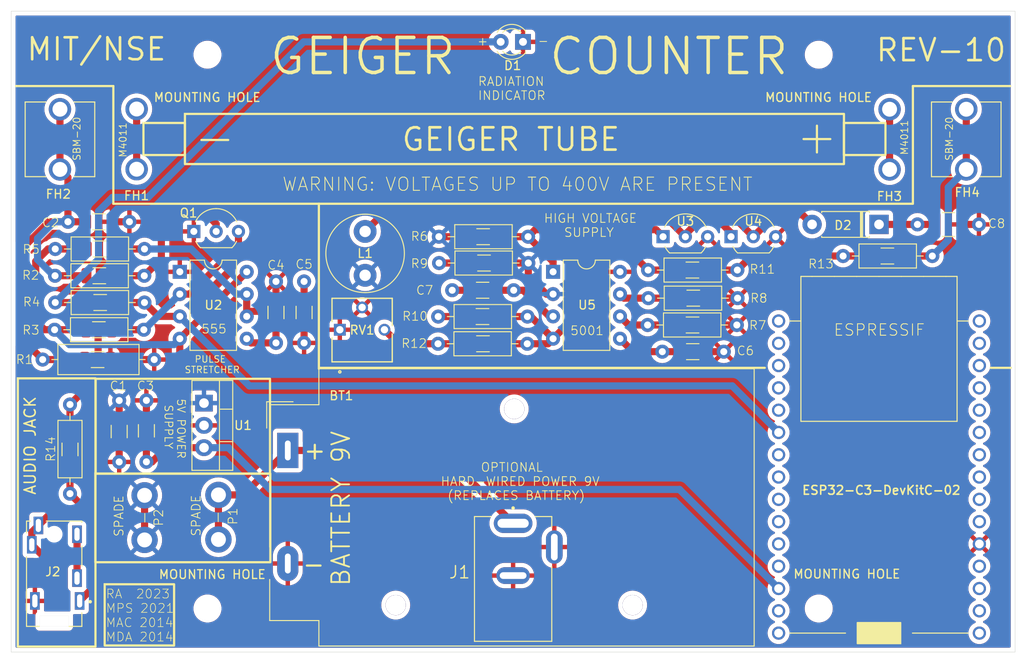
<source format=kicad_pcb>
(kicad_pcb (version 20240108) (generator "pcbnew") (generator_version "8.0")
  (layers (0 "F.Cu" signal) (31 "B.Cu" signal) (34 "B.Paste" user) (35 "F.Paste" user) (36 "B.SilkS" user "B.Silkscreen") (37 "F.SilkS" user "F.Silkscreen") (38 "B.Mask" user) (39 "F.Mask" user) (44 "Edge.Cuts" user))
  (net 0 "")
  (net 1 "Net-(C2-Pad1)")
  (net 2 "BATT+")
  (net 3 "Net-(U2-CV)")
  (net 4 "Net-(U2-DIS)")
  (net 5 "Net-(U5-SCP)")
  (net 6 "Net-(U5-COMP)")
  (net 7 "Net-(J2-Pad1)")
  (net 8 "Net-(C7-Pad2)")
  (net 9 "+9V")
  (net 10 "Net-(U5-DTC)")
  (net 11 "Net-(D2-K)")
  (net 12 "+5V")
  (net 13 "Net-(D1-A)")
  (net 14 "Net-(D2-A)")
  (net 15 "FINAL_SIGNAL")
  (net 16 "Net-(FH3-Pad1)")
  (net 17 "Net-(Q1-C)")
  (net 18 "Net-(Q1-B)")
  (net 19 "Net-(U5-RT)")
  (net 20 "Net-(R9-Pad2)")
  (net 21 "5001_OUT")
  (net 47 "GND")
  (net 48 "Net-(U5-FB)")
  (net 49 "Net-(R12-Pad2)")
  (footprint "36-3530-ND:36-3530-ND" (layer "F.Cu") (at 197.64375 65.405 90)
    (property "Reference" "FH4")
    (property "Value" "~" (hide yes))
  )
  (footprint "Package_DIP:DIP-8_W7.62mm" (layer "F.Cu") (at 150.6 80.5)
    (property "Reference" "U5")
    (property "Value" "TL5001AIP")
  )
  (footprint "THT-SMD:C_THT_SMD" (layer "F.Cu") (at 98.9 74.8)
    (property "Reference" "C2")
    (property "Value" "47p" (hide yes))
  )
  (footprint "THT-SMD:C_THT_SMD" (layer "F.Cu") (at 166.5 89.6 180)
    (property "Reference" "C6")
    (property "Value" "1u" (hide yes))
  )
  (footprint "THT-SMD:R_SMALL" (layer "F.Cu") (at 142.58 88.7 180)
    (property "Reference" "R12")
    (property "Value" "22k" (hide yes))
  )
  (footprint "THT-SMD:R_SMALL" (layer "F.Cu") (at 188.7 78.7)
    (property "Reference" "R13")
    (property "Value" "5.1M" (hide yes))
  )
  (footprint "Diode_THT:D_DO-41_SOD81_P7.62mm_Horizontal" (layer "F.Cu") (at 187.71 75.1 180)
    (property "Reference" "D2")
    (property "Value" "BA159" (hide yes))
  )
  (footprint "Inductor_THT:L_Radial_D8.7mm_P5.00mm_Fastron_07HCP" (layer "F.Cu") (at 129.2 80.9 90)
    (property "Reference" "L1")
    (property "Value" "1mH")
  )
  (footprint "0197084013:0197084013" (layer "F.Cu") (at 112.5 108.46 90)
    (property "Reference" "P1")
    (property "Value" "SPADE" (hide yes))
  )
  (footprint "THT-SMD:R_SMALL" (layer "F.Cu") (at 98.976069 80.949413)
    (property "Reference" "R2")
    (property "Value" "10k" (hide yes))
  )
  (footprint "36-3530-ND:36-3530-ND" (layer "F.Cu") (at 188.9125 65.405 90)
    (property "Reference" "FH3")
    (property "Value" "~" (hide yes))
  )
  (footprint "THT-SMD:R_SMALL" (layer "F.Cu") (at 142.7 79.5 180)
    (property "Reference" "R9")
    (property "Value" "10k" (hide yes))
  )
  (footprint "LED_THT:LED_D3.0mm" (layer "F.Cu") (at 147.175 54.3 180)
    (property "Reference" "D1")
    (property "Value" "LED" (hide yes))
  )
  (footprint "THT-SMD:R_SMALL" (layer "F.Cu") (at 166.525 83.5 180)
    (property "Reference" "R8")
    (property "Value" "6.8M" (hide yes))
  )
  (footprint "THT-SMD:R_SMALL" (layer "F.Cu") (at 166.5 80.3)
    (property "Reference" "R11")
    (property "Value" "10M" (hide yes))
  )
  (footprint "ESP32-C3-DevKitC-02:ESP32-C3-DevKitC-02" (layer "F.Cu") (at 188.976 103.886)
    (property "Reference" "U6" (hide yes))
    (property "Value" "ESP32-C3-DEVKITC-02HOLES")
  )
  (footprint "THT-SMD:R_SMALL" (layer "F.Cu") (at 142.6 85.6)
    (property "Reference" "R10")
    (property "Value" "4.7k" (hide yes))
  )
  (footprint "THT-SMD:C_THT_SMD" (layer "F.Cu") (at 122.251741 85.135446 -90)
    (property "Reference" "C5")
    (property "Value" "220n" (hide yes))
  )
  (footprint "MPD_EJ508A:MPD_EJ508A" (layer "F.Cu") (at 146.05 111.8616)
    (property "Reference" "J1")
    (property "Value" "EJ508A (PWR)" (hide yes))
  )
  (footprint "THT-SMD:R_SMALL" (layer "F.Cu") (at 142.675 76.5)
    (property "Reference" "R6")
    (property "Value" "10k" (hide yes))
  )
  (footprint "THT-SMD:C_THT_SMD" (layer "F.Cu") (at 142.58 82.6 180)
    (property "Reference" "C7")
    (property "Value" "10n" (hide yes))
  )
  (footprint "MountingHole:MountingHole_2.7mm" (layer "F.Cu") (at 180.848 118.8625)
    (property "Reference" "MOUNTING HOLE")
    (property "Value" "MountingHole_2.7mm")
  )
  (footprint "THT-SMD:C_THT_SMD" (layer "F.Cu") (at 119.051741 85.135446 -90)
    (property "Reference" "C4")
    (property "Value" "10n" (hide yes))
  )
  (footprint "MountingHole:MountingHole_2.7mm" (layer "F.Cu") (at 111.252 118.8625)
    (property "Reference" "MOUNTING HOLE")
    (property "Value" "MountingHole_2.7mm")
  )
  (footprint "THT-SMD:R_SMALL" (layer "F.Cu") (at 166.44 86.56 180)
    (property "Reference" "R7")
    (property "Value" "4.7M" (hide yes))
  )
  (footprint "THT-SMD:CHV" (layer "F.Cu") (at 195.8 75.1)
    (property "Reference" "C8")
    (property "Value" "4.7n" (hide yes))
  )
  (footprint "36-3530-ND:36-3530-ND" (layer "F.Cu") (at 94.45625 65.405 -90)
    (property "Reference" "FH2")
    (property "Value" "~" (hide yes))
  )
  (footprint "THT-SMD:C_THT_SMD" (layer "F.Cu") (at 104.297609 98.617003 90)
    (property "Reference" "C3")
    (property "Value" "10u" (hide yes))
  )
  (footprint "Package_TO_SOT_THT:TO-92_Inline_Wide" (layer "F.Cu") (at 109.7 75.9)
    (property "Reference" "Q1")
    (property "Value" "2N3904")
  )
  (footprint "THT-SMD:R_SMALL" (layer "F.Cu") (at 99 77.9)
    (property "Reference" "R5")
    (property "Value" "6.2K" (hide yes))
  )
  (footprint "0197084013:0197084013" (layer "F.Cu") (at 104.0912 108.5082 90)
    (property "Reference" "P2")
    (property "Value" "SPADE" (hide yes))
  )
  (footprint "MountingHole:MountingHole_2.7mm" (layer "F.Cu") (at 180.848 55.7625)
    (property "Reference" "MOUNTING HOLE")
    (property "Value" "MountingHole_2.7mm")
  )
  (footprint "Package_TO_SOT_THT:TO-220-3_Vertical" (layer "F.Cu") (at 110.855 95.46 -90)
    (property "Reference" "U1")
    (property "Value" "NJM78M05FA" (hide yes))
  )
  (footprint "THT-SMD:R_SMALL" (layer "F.Cu") (at 98.925 87.1)
    (property "Reference" "R3")
    (property "Value" "1k" (hide yes))
  )
  (footprint "Package_TO_SOT_THT:TO-92_Inline_Wide" (layer "F.Cu") (at 170.86 76.5)
    (property "Reference" "U4")
    (property "Value" "STQ1HNK60R-AP" (hide yes))
  )
  (footprint "THT-SMD:R_SMALL" (layer "F.Cu") (at 95.6 100.7 90)
    (property "Reference" "R14")
    (property "Value" "4.7k" (hide yes))
  )
  (footprint "Battery:BatteryHolder_MPD_BA9VPC_1xPP3" (layer "F.Cu") (at 120.396 100.8554)
    (property "Reference" "BT1")
    (property "Value" "Battery" (hide yes))
  )
  (footprint "THT-SMD:C_THT_SMD" (layer "F.Cu") (at 101.2 98.7 -90)
    (property "Reference" "C1")
    (property "Value" "10u" (hide yes))
  )
  (footprint "54-00298:54-00298" (layer "F.Cu") (at 93.8 115.9)
    (property "Reference" "J2")
    (property "Value" "54-00298" (hide yes))
    (fp_line (start -1.65 3.8) (end 1.65 3.8) (stroke (width 0.01)) (layer "Edge.Cuts"))
    (fp_line (start -1.65 5) (end -1.65 3.8) (stroke (width 0.01)) (layer "Edge.Cuts"))
    (fp_line (start 1.65 3.8) (end 1.65 5) (stroke (width 0.01)) (layer "Edge.Cuts"))
    (fp_line (start 1.65 5) (end -1.65 5) (stroke (width 0.01)) (layer "Edge.Cuts"))
  )
  (footprint "Package_DIP:DIP-8_W7.62mm" (layer "F.Cu") (at 108.1 80.5)
    (property "Reference" "U2")
    (property "Value" "LMC555CN" (hide yes))
  )
  (footprint "3362P-1-203LF:POT_3362P" (layer "F.Cu") (at 126.32 87.1)
    (property "Reference" "RV1")
    (property "Value" "R_Potentiometer_US 20k" (hide yes))
  )
  (footprint "36-3530-ND:36-3530-ND" (layer "F.Cu") (at 103.1875 65.3796 -90)
    (property "Reference" "FH1")
    (property "Value" "~" (hide yes))
  )
  (footprint "Package_TO_SOT_THT:TO-92_Inline_Wide" (layer "F.Cu") (at 163.12 76.5)
    (property "Reference" "U3")
    (property "Value" "STQ1HNK60R-AP" (hide yes))
  )
  (footprint "THT-SMD:R_BIG" (layer "F.Cu") (at 98.8375 90.497071)
    (property "Reference" "R1")
    (property "Value" "5.1k" (hide yes))
  )
  (footprint "MountingHole:MountingHole_2.7mm" (layer "F.Cu") (at 111.252 55.7625)
    (property "Reference" "MOUNTING HOLE")
    (property "Value" "MountingHole_2.7mm")
  )
  (footprint "THT-SMD:R_SMALL" (layer "F.Cu") (at 99 84 180)
    (property "Reference" "R4")
    (property "Value" "75" (hide yes))
  )
  (gr_line (start 123.936 91.5454) (end 123.936 72.7456) (stroke (width 0.254)) (layer "F.SilkS"))
  (gr_line (start 191.5668 72.7202) (end 191.5668 59.3344) (stroke (width 0.254)) (layer "F.SilkS"))
  (gr_line (start 89.4588 59.3344) (end 100.5332 59.3344) (stroke (width 0.254)) (layer "F.SilkS"))
  (gr_rect (start 99.55 116.1) (end 107.45 123.075) (stroke (width 0.254)) (fill none) (layer "F.SilkS"))
  (gr_line (start 191.5668 59.3344) (end 202.6412 59.3344) (stroke (width 0.254)) (layer "F.SilkS"))
  (gr_rect (start 98.4918 103.4876) (end 118.4064 113.5888) (stroke (width 0.254)) (fill none) (layer "F.SilkS"))
  (gr_line (start 124 91.44) (end 174.7012 91.44) (stroke (width 0.254)) (layer "F.SilkS"))
  (gr_line (start 200.4314 91.44) (end 202.717412 91.44) (stroke (width 0.254)) (layer "F.SilkS"))
  (gr_rect (start 103.9622 63.5381) (end 108.6866 67.1957) (stroke (width 0.254)) (fill none) (layer "F.SilkS"))
  (gr_line (start 104.1166 109.0162) (end 104.1166 108.0256) (stroke (width 0.1)) (layer "F.SilkS"))
  (gr_line (start 100.5332 59.3344) (end 100.5332 72.7456) (stroke (width 0.254)) (layer "F.SilkS"))
  (gr_rect (start 98.5172 92.6894) (end 118.3708 103.5054) (stroke (width 0.254)) (fill none) (layer "F.SilkS"))
  (gr_line (start 112.4746 108.9807) (end 112.4746 107.9901) (stroke (width 0.1)) (layer "F.SilkS"))
  (gr_line (start 100.5332 72.7456) (end 191.566804 72.7456) (stroke (width 0.254)) (layer "F.SilkS"))
  (gr_rect (start 89.662 92.64) (end 98.5 123.2) (stroke (width 0.254)) (fill none) (layer "F.SilkS"))
  (gr_rect (start 183.7182 63.5381) (end 188.4426 67.1957) (stroke (width 0.254)) (fill none) (layer "F.SilkS"))
  (gr_rect (start 108.6866 62.5094) (end 183.7182 68.2244) (stroke (width 0.254)) (fill none) (layer "F.SilkS"))
  (gr_rect (start 88.9 50.8) (end 203.2 123.825) (stroke (width 0.05)) (fill none) (layer "Edge.Cuts"))
  (gr_text "MIT/NSE" (at 90.5 56.6 0) (layer "F.SilkS") (effects (font (size 2.5 2.5) (thickness 0.3)) (justify left bottom)))
  (gr_text "+\n" (at 141.9 54.8 0) (layer "F.SilkS") (effects (font (size 1 1) (thickness 0.1)) (justify left bottom)))
  (gr_text "  PULSE\nSTRETCHER" (at 108.6 92.1 0) (layer "F.SilkS") (effects (font (size 0.75 0.75) (thickness 0.1)) (justify left bottom)))
  (gr_text "SBM-20" (at 196.175 67.9 90) (layer "F.SilkS") (effects (font (size 0.8 0.8) (thickness 0.1)) (justify left bottom)))
  (gr_text "RADIATION\nINDICATOR" (at 142 61 0) (layer "F.SilkS") (effects (font (size 1 1) (thickness 0.1)) (justify left bottom)))
  (gr_text "WARNING: VOLTAGES UP TO 400V ARE PRESENT" (at 119.7 71.4 0) (layer "F.SilkS") (effects (font (size 1.5 1.5) (thickness 0.1)) (justify left bottom)))
  (gr_text "BATTERY 9V\n" (at 127.635 116.459 90) (layer "F.SilkS") (effects (font (size 2.032 2.032) (thickness 0.2032)) (justify left bottom)))
  (gr_text "555\n" (at 110.5 87.6 0) (layer "F.SilkS") (effects (font (size 1 1) (thickness 0.1)) (justify left bottom)))
  (gr_text "M4011" (at 191.075 67.25 90) (layer "F.SilkS") (effects (font (size 0.8 0.8) (thickness 0.1)) (justify left bottom)))
  (gr_text "GEIGER TUBE\n" (at 133.2 66.9 0) (layer "F.SilkS") (effects (font (size 2.54 2.54) (thickness 0.3048)) (justify left bottom)))
  (gr_text "_" (at 110.4 65.6 0) (layer "F.SilkS") (effects (font (size 4 4) (thickness 0.25)) (justify left bottom)))
  (gr_text "AUDIO JACK" (at 91.8 106 90) (layer "F.SilkS") (effects (font (size 1.27 1.27) (thickness 0.1778)) (justify left bottom)))
  (gr_text "5001\n\n" (at 152.5 89.4 0) (layer "F.SilkS") (effects (font (size 1 1) (thickness 0.1)) (justify left bottom)))
  (gr_text "GEIGER" (at 118.1 58.3 0) (layer "F.SilkS") (effects (font (size 4 4) (thickness 0.4)) (justify left bottom)))
  (gr_text "-" (at 148.8 54.7624 0) (layer "F.SilkS") (effects (font (size 1 1) (thickness 0.1)) (justify left bottom)))
  (gr_text "      OPTIONAL\nHARD-WIRED POWER 9V\n (REPLACES BATTERY)" (at 137.7442 106.5784 0) (layer "F.SilkS") (effects (font (size 1 1) (thickness 0.1)) (justify left bottom)))
  (gr_text "REV-10" (at 187.2 56.7 0) (layer "F.SilkS") (effects (font (size 2.5 2.5) (thickness 0.3)) (justify left bottom)))
  (gr_text "SBM-20" (at 96.85 67.9 90) (layer "F.SilkS") (effects (font (size 0.8 0.8) (thickness 0.1)) (justify left bottom)))
  (gr_text "HIGH VOLTAGE\n   SUPPLY" (at 149.5 76.6 0) (layer "F.SilkS") (effects (font (size 1 1) (thickness 0.1)) (justify left bottom)))
  (gr_text "+" (at 178 67.4 0) (layer "F.SilkS") (effects (font (size 4 4) (thickness 0.25)) (justify left bottom)))
  (gr_text "5V POWER\n SUPPLY" (at 106.3 94.9 -90) (layer "F.SilkS") (effects (font (size 0.889 0.889) (thickness 0.1)) (justify left bottom)))
  (gr_text "RA  2023\nMPS 2021\nMAC 2014\nMDA 2014" (at 99.625 122.7 0) (layer "F.SilkS") (effects (font (size 1.016 1.016) (thickness 0.0762)) (justify left bottom)))
  (gr_text "M4011" (at 102.1 67.525 90) (layer "F.SilkS") (effects (font (size 0.8 0.8) (thickness 0.1)) (justify left bottom)))
  (gr_text "COUNTER" (at 149.9 58.3 0) (layer "F.SilkS") (effects (font (size 4 4) (thickness 0.4)) (justify left bottom)))
  (segment (start 93.2 74.8) (end 90.2 77.8) (width 0.8128) (layer "F.Cu") (net 1))
  (segment (start 103.1875 68.8096) (end 103.1875 65.375) (width 0.8128) (layer "F.Cu") (net 1))
  (segment (start 103.1875 65.375) (end 94.48125 65.375) (width 0.8128) (layer "F.Cu") (net 1))
  (segment (start 95.364554 69.743304) (end 94.45625 68.835) (width 0.8128) (layer "F.Cu") (net 1))
  (segment (start 95.364554 74.8) (end 93.2 74.8) (width 0.8128) (layer "F.Cu") (net 1))
  (segment (start 103.1621 68.835) (end 103.1875 68.8096) (width 0.8128) (layer "F.Cu") (net 1))
  (segment (start 94.48125 65.375) (end 94.45625 65.4) (width 0.8128) (layer "F.Cu") (net 1))
  (segment (start 90.2 77.8) (end 90.2 88.209571) (width 0.8128) (layer "F.Cu") (net 1))
  (segment (start 95.364554 74.8) (end 97.425 74.8) (width 0.8128) (layer "F.Cu") (net 1))
  (segment (start 92.4875 90.497071) (end 97.275 90.497071) (width 0.8128) (layer "F.Cu") (net 1))
  (segment (start 94.45625 65.4) (end 94.45625 61.975) (width 0.8128) (layer "F.Cu") (net 1))
  (segment (start 103.1875 65.375) (end 103.1875 61.9496) (width 0.8128) (layer "F.Cu") (net 1))
  (segment (start 93.896069 80.949413) (end 97.476069 80.949413) (width 0.8128) (layer "F.Cu") (net 1))
  (segment (start 94.45625 68.835) (end 94.45625 65.4) (width 0.8128) (layer "F.Cu") (net 1))
  (segment (start 90.2 88.209571) (end 92.4875 90.497071) (width 0.8128) (layer "F.Cu") (net 1))
  (segment (start 95.364554 74.8) (end 95.364554 69.743304) (width 0.8128) (layer "F.Cu") (net 1))
  (segment (start 93.8 74.8) (end 95.364554 74.8) (width 0.8128) (layer "B.Cu") (net 1))
  (segment (start 93.896069 80.949413) (end 93.749413 80.949413) (width 0.8128) (layer "B.Cu") (net 1))
  (segment (start 91.9 76.7) (end 93.8 74.8) (width 0.8128) (layer "B.Cu") (net 1))
  (segment (start 91.9 79.1) (end 91.9 76.7) (width 0.8128) (layer "B.Cu") (net 1))
  (segment (start 93.749413 80.949413) (end 91.9 79.1) (width 0.8128) (layer "B.Cu") (net 1))
  (segment (start 115.3314 105.92) (end 120.396 100.8554) (width 0.8128) (layer "F.Cu") (net 2))
  (segment (start 112.5 105.92) (end 112.5 111) (width 0.8128) (layer "F.Cu") (net 2))
  (segment (start 120.396 100.8554) (end 137.7488 100.8554) (width 0.8128) (layer "F.Cu") (net 2))
  (segment (start 112.5 105.92) (end 115.3314 105.92) (width 0.8128) (layer "F.Cu") (net 2))
  (segment (start 137.7488 100.8554) (end 146.05 109.1566) (width 0.8128) (layer "F.Cu") (net 2))
  (segment (start 119.051741 88.6) (end 116.2 88.6) (width 0.8128) (layer "F.Cu") (net 3))
  (segment (start 119.051741 88.6) (end 119.051741 86.610446) (width 0.8128) (layer "F.Cu") (net 3))
  (segment (start 116.2 88.6) (end 115.72 88.12) (width 0.8128) (layer "F.Cu") (net 3))
  (segment (start 100.425 77.9) (end 104.08 77.9) (width 0.8128) (layer "F.Cu") (net 4))
  (segment (start 120.912187 85) (end 122.251741 83.660446) (width 0.8128) (layer "F.Cu") (net 4))
  (segment (start 122.251741 83.660446) (end 122.251741 81.6) (width 0.8128) (layer "F.Cu") (net 4))
  (segment (start 115.72 85.58) (end 115.72 83.04) (width 0.8128) (layer "F.Cu") (net 4))
  (segment (start 116.3 85) (end 120.912187 85) (width 0.8128) (layer "F.Cu") (net 4))
  (segment (start 115.72 85.58) (end 116.3 85) (width 0.8128) (layer "F.Cu") (net 4))
  (segment (start 104.08 77.9) (end 109.4 77.9) (width 0.8128) (layer "B.Cu") (net 4))
  (segment (start 114.54 83.04) (end 115.72 83.04) (width 0.8128) (layer "B.Cu") (net 4))
  (segment (start 109.4 77.9) (end 114.54 83.04) (width 0.8128) (layer "B.Cu") (net 4))
  (segment (start 163.035446 89.6) (end 159.7 89.6) (width 0.8128) (layer "F.Cu") (net 5))
  (segment (start 165.025 89.6) (end 163.035446 89.6) (width 0.8128) (layer "F.Cu") (net 5))
  (segment (start 159.7 89.6) (end 158.22 88.12) (width 0.8128) (layer "F.Cu") (net 5))
  (segment (start 146.115446 82.6) (end 147.2 82.6) (width 0.8128) (layer "F.Cu") (net 6))
  (segment (start 144.055 82.6) (end 146.115446 82.6) (width 0.8128) (layer "F.Cu") (net 6))
  (segment (start 150.18 85.58) (end 150.6 85.58) (width 0.8128) (layer "F.Cu") (net 6))
  (segment (start 147.2 82.6) (end 150.18 85.58) (width 0.8128) (layer "F.Cu") (net 6))
  (segment (start 95.6 105.78) (end 98.2 108.38) (width 0.8128) (layer "F.Cu") (net 7))
  (segment (start 98.2 116.5) (end 96.7 118) (width 0.8128) (layer "F.Cu") (net 7))
  (segment (start 95.6 102.2) (end 95.6 105.78) (width 0.8128) (layer "F.Cu") (net 7))
  (segment (start 98.2 108.38) (end 98.2 116.5) (width 0.8128) (layer "F.Cu") (net 7))
  (segment (start 141.1 85.6) (end 141.1 82.605) (width 0.8128) (layer "F.Cu") (net 8))
  (segment (start 141.1 82.605) (end 141.105 82.6) (width 0.8128) (layer "F.Cu") (net 8))
  (segment (start 137.52 85.6) (end 141.1 85.6) (width 0.8128) (layer "F.Cu") (net 8))
  (segment (start 139.115446 82.6) (end 141.105 82.6) (width 0.8128) (layer "F.Cu") (net 8))
  (segment (start 149.84 83.04) (end 150.6 83.04) (width 0.8128) (layer "F.Cu") (net 9))
  (segment (start 147.78 79.5) (end 147.78 80.98) (width 0.8128) (layer "F.Cu") (net 9))
  (segment (start 144.2 79.5) (end 147.78 79.5) (width 0.8128) (layer "F.Cu") (net 9))
  (segment (start 101.2 97.225) (end 101.2 95.164554) (width 0.8128) (layer "F.Cu") (net 9))
  (segment (start 137.595 76.5) (end 141.175 76.5) (width 0.8128) (layer "F.Cu") (net 9))
  (segment (start 147.78 80.98) (end 149.84 83.04) (width 0.8128) (layer "F.Cu") (net 9))
  (segment (start 104.0912 105.9682) (end 104.0912 111.0482) (width 0.8128) (layer "F.Cu") (net 9))
  (segment (start 159.2 86.56) (end 158.22 85.58) (width 0.8128) (layer "F.Cu") (net 10))
  (segment (start 161.36 86.56) (end 165.015 86.56) (width 0.8128) (layer "F.Cu") (net 10))
  (segment (start 161.36 86.56) (end 159.2 86.56) (width 0.8128) (layer "F.Cu") (net 10))
  (segment (start 190.1 75.1) (end 192.085129 75.1) (width 0.8128) (layer "F.Cu") (net 11))
  (segment (start 167.925 80.3) (end 171.58 80.3) (width 0.8128) (layer "F.Cu") (net 11))
  (segment (start 187.2 78.7) (end 187.8 78.7) (width 0.8128) (layer "F.Cu") (net 11))
  (segment (start 173.18 78.7) (end 171.58 80.3) (width 0.8128) (layer "F.Cu") (net 11))
  (segment (start 190.1 76.4) (end 190.1 75.1) (width 0.8128) (layer "F.Cu") (net 11))
  (segment (start 192.085129 75.1) (end 194.145575 75.1) (width 0.8128) (layer "F.Cu") (net 11))
  (segment (start 187.71 75.1) (end 190.1 75.1) (width 0.8128) (layer "F.Cu") (net 11))
  (segment (start 183.62 78.7) (end 187.2 78.7) (width 0.8128) (layer "F.Cu") (net 11))
  (segment (start 187.8 78.7) (end 190.1 76.4) (width 0.8128) (layer "F.Cu") (net 11))
  (segment (start 183.62 78.7) (end 173.18 78.7) (width 0.8128) (layer "F.Cu") (net 11))
  (segment (start 108.1 88.12) (end 115.72 80.5) (width 0.8128) (layer "F.Cu") (net 12))
  (segment (start 106.56 100.54) (end 104.947551 102.152449) (width 0.8128) (layer "F.Cu") (net 12))
  (segment (start 93.92 77.9) (end 97.5 77.9) (width 0.8128) (layer "F.Cu") (net 12))
  (segment (start 92.7 87.1) (end 93.845 87.1) (width 0.8128) (layer "F.Cu") (net 12))
  (segment (start 93.1 77.9) (end 91.7 79.3) (width 0.8128) (layer "F.Cu") (net 12))
  (segment (start 104.947551 102.152449) (end 104.297609 102.152449) (width 0.8128) (layer "F.Cu") (net 12))
  (segment (start 91.7 79.3) (end 91.7 86.1) (width 0.8128) (layer "F.Cu") (net 12))
  (segment (start 108.1 100.54) (end 106.56 100.54) (width 0.8128) (layer "F.Cu") (net 12))
  (segment (start 110.855 100.54) (end 108.1 100.54) (width 0.8128) (layer "F.Cu") (net 12))
  (segment (start 104.297609 100.092003) (end 104.297609 102.152449) (width 0.8128) (layer "F.Cu") (net 12))
  (segment (start 93.845 87.1) (end 97.425 87.1) (width 0.8128) (layer "F.Cu") (net 12))
  (segment (start 91.7 86.1) (end 92.7 87.1) (width 0.8128) (layer "F.Cu") (net 12))
  (segment (start 108.1 88.12) (end 108.1 100.54) (width 0.8128) (layer "F.Cu") (net 12))
  (segment (start 93.92 77.9) (end 93.1 77.9) (width 0.8128) (layer "F.Cu") (net 12))
  (segment (start 93.845 87.1) (end 95.545 88.8) (width 0.8128) (layer "B.Cu") (net 12))
  (segment (start 107.42 88.8) (end 108.1 88.12) (width 0.8128) (layer "B.Cu") (net 12))
  (segment (start 113.64 100.54) (end 110.855 100.54) (width 0.8128) (layer "B.Cu") (net 12))
  (segment (start 118.4 105.3) (end 113.64 100.54) (width 0.8128) (layer "B.Cu") (net 12))
  (segment (start 164.99 105.3) (end 118.4 105.3) (width 0.8128) (layer "B.Cu") (net 12))
  (segment (start 176.276 116.586) (end 164.99 105.3) (width 0.8128) (layer "B.Cu") (net 12))
  (segment (start 95.545 88.8) (end 107.42 88.8) (width 0.8128) (layer "B.Cu") (net 12))
  (segment (start 93.92 84) (end 97.575 84) (width 0.8128) (layer "F.Cu") (net 13))
  (segment (start 122.2 54.3) (end 144.635 54.3) (width 0.8128) (layer "B.Cu") (net 13))
  (segment (start 93.92 84) (end 98.85 79.07) (width 0.8128) (layer "B.Cu") (net 13))
  (segment (start 98.85 73.6) (end 100.425 72.025) (width 0.8128) (layer "B.Cu") (net 13))
  (segment (start 98.85 79.07) (end 98.85 73.6) (width 0.8128) (layer "B.Cu") (net 13))
  (segment (start 100.425 72.025) (end 104.475 72.025) (width 0.8128) (layer "B.Cu") (net 13))
  (segment (start 104.475 72.025) (end 122.2 54.3) (width 0.8128) (layer "B.Cu") (net 13))
  (segment (start 129.2 75.9) (end 132.2 72.9) (width 0.8128) (layer "F.Cu") (net 14))
  (segment (start 175.899999 74.000001) (end 173.4 76.5) (width 0.8128) (layer "F.Cu") (net 14))
  (segment (start 180.09 75.1) (end 178.990001 74.000001) (width 0.8128) (layer "F.Cu") (net 14))
  (segment (start 178.990001 74.000001) (end 175.899999 74.000001) (width 0.8128) (layer "F.Cu") (net 14))
  (segment (start 169.8 72.9) (end 173.4 76.5) (width 0.8128) (layer "F.Cu") (net 14))
  (segment (start 132.2 72.9) (end 169.8 72.9) (width 0.8128) (layer "F.Cu") (net 14))
  (segment (start 91.25 111.6) (end 91.25 110.15) (width 0.8128) (layer "F.Cu") (net 15))
  (segment (start 93.3 101.575) (end 95.6 99.275) (width 0.8128) (layer "F.Cu") (net 15))
  (segment (start 96.4 115.4) (end 96.4 112.9) (width 0.8128) (layer "F.Cu") (net 15))
  (segment (start 92.55 112.9) (end 96.4 112.9) (width 0.8128) (layer "F.Cu") (net 15))
  (segment (start 95.6 95.62) (end 98.8 92.42) (width 0.8128) (layer "F.Cu") (net 15))
  (segment (start 96.4 112.9) (end 96.4 110.4) (width 0.8128) (layer "F.Cu") (net 15))
  (segment (start 93.3 108.1) (end 93.3 101.575) (width 0.8128) (layer "F.Cu") (net 15))
  (segment (start 91.25 110.15) (end 92 109.4) (width 0.8128) (layer "F.Cu") (net 15))
  (segment (start 100.5 84) (end 104.08 84) (width 0.8128) (layer "F.Cu") (net 15))
  (segment (start 98.8 92.42) (end 98.8 85.7) (width 0.8128) (layer "F.Cu") (net 15))
  (segment (start 91.25 111.6) (end 92.55 112.9) (width 0.8128) (layer "F.Cu") (net 15))
  (segment (start 105.66 85.58) (end 104.08 84) (width 0.8128) (layer "F.Cu") (net 15))
  (segment (start 95.6 99.275) (end 95.6 95.62) (width 0.8128) (layer "F.Cu") (net 15))
  (segment (start 108.1 85.58) (end 105.66 85.58) (width 0.8128) (layer "F.Cu") (net 15))
  (segment (start 98.8 85.7) (end 100.5 84) (width 0.8128) (layer "F.Cu") (net 15))
  (segment (start 92 109.4) (end 93.3 108.1) (width 0.8128) (layer "F.Cu") (net 15))
  (segment (start 108.1 85.58) (end 116.02 93.5) (width 0.8128) (layer "B.Cu") (net 15))
  (segment (start 116.02 93.5) (end 171 93.5) (width 0.8128) (layer "B.Cu") (net 15))
  (segment (start 171 93.5) (end 176.276 98.776) (width 0.8128) (layer "B.Cu") (net 15))
  (segment (start 176.276 98.776) (end 176.276 98.806) (width 0.8128) (layer "B.Cu") (net 15))
  (segment (start 188.9125 65.4) (end 188.9125 61.975) (width 0.8128) (layer "F.Cu") (net 16))
  (segment (start 197.88 69.07125) (end 197.64375 68.835) (width 0.8128) (layer "F.Cu") (net 16))
  (segment (start 197.64375 68.835) (end 197.64375 65.4) (width 0.8128) (layer "F.Cu") (net 16))
  (segment (start 188.9125 65.4) (end 197.64375 65.4) (width 0.8128) (layer "F.Cu") (net 16))
  (segment (start 188.9125 68.835) (end 188.9125 65.4) (width 0.8128) (layer "F.Cu") (net 16))
  (segment (start 190.125 78.7) (end 193.78 78.7) (width 0.8128) (layer "F.Cu") (net 16))
  (segment (start 197.64375 65.4) (end 197.64375 61.975) (width 0.8128) (layer "F.Cu") (net 16))
  (segment (start 195.6 76.88) (end 193.78 78.7) (width 0.8128) (layer "B.Cu") (net 16))
  (segment (start 195.6 70.87875) (end 195.6 76.88) (width 0.8128) (layer "B.Cu") (net 16))
  (segment (start 197.64375 68.835) (end 195.6 70.87875) (width 0.8128) (layer "B.Cu") (net 16))
  (segment (start 114.78 77.49137) (end 114.78 75.9) (width 0.8128) (layer "F.Cu") (net 17))
  (segment (start 108.1 83.04) (end 109.23137 83.04) (width 0.8128) (layer "F.Cu") (net 17))
  (segment (start 109.23137 83.04) (end 114.78 77.49137) (width 0.8128) (layer "F.Cu") (net 17))
  (segment (start 100.35 87.1) (end 104.005 87.1) (width 0.8128) (layer "F.Cu") (net 17))
  (segment (start 104.04 87.1) (end 108.1 83.04) (width 0.8128) (layer "B.Cu") (net 17))
  (segment (start 104.005 87.1) (end 104.04 87.1) (width 0.8128) (layer "B.Cu") (net 17))
  (segment (start 110.6 73.4) (end 112.24 75.04) (width 0.8128) (layer "F.Cu") (net 18))
  (segment (start 108.2 73.4) (end 110.6 73.4) (width 0.8128) (layer "F.Cu") (net 18))
  (segment (start 106 79.005482) (end 106 75.6) (width 0.8128) (layer "F.Cu") (net 18))
  (segment (start 104.056069 80.949413) (end 106 79.005482) (width 0.8128) (layer "F.Cu") (net 18))
  (segment (start 106 75.6) (end 108.2 73.4) (width 0.8128) (layer "F.Cu") (net 18))
  (segment (start 100.401069 80.949413) (end 104.056069 80.949413) (width 0.8128) (layer "F.Cu") (net 18))
  (segment (start 112.24 75.04) (end 112.24 75.9) (width 0.8128) (layer "F.Cu") (net 18))
  (segment (start 158.68 83.5) (end 158.22 83.04) (width 0.8128) (layer "F.Cu") (net 19))
  (segment (start 161.445 83.5) (end 158.68 83.5) (width 0.8128) (layer "F.Cu") (net 19))
  (segment (start 161.445 83.5) (end 165.1 83.5) (width 0.8128) (layer "F.Cu") (net 19))
  (segment (start 137.62 79.5) (end 141.275 79.5) (width 0.8128) (layer "F.Cu") (net 20))
  (segment (start 142.6 75.5) (end 143.8 74.3) (width 0.8128) (layer "F.Cu") (net 20))
  (segment (start 143.8 74.3) (end 163.46 74.3) (width 0.8128) (layer "F.Cu") (net 20))
  (segment (start 167.3 74.6) (end 169.4 74.6) (width 0.8128) (layer "F.Cu") (net 20))
  (segment (start 163.46 74.3) (end 165.66 76.5) (width 0.8128) (layer "F.Cu") (net 20))
  (segment (start 141.275 79.5) (end 142.6 78.175) (width 0.8128) (layer "F.Cu") (net 20))
  (segment (start 165.66 76.5) (end 165.66 76.24) (width 0.8128) (layer "F.Cu") (net 20))
  (segment (start 142.6 78.175) (end 142.6 75.5) (width 0.8128) (layer "F.Cu") (net 20))
  (segment (start 170.86 76.06) (end 170.86 76.5) (width 0.8128) (layer "F.Cu") (net 20))
  (segment (start 165.66 76.24) (end 167.3 74.6) (width 0.8128) (layer "F.Cu") (net 20))
  (segment (start 169.4 74.6) (end 170.86 76.06) (width 0.8128) (layer "F.Cu") (net 20))
  (segment (start 162.32 75.7) (end 163.12 76.5) (width 0.8128) (layer "F.Cu") (net 21))
  (segment (start 144.1 76.5) (end 147.755 76.5) (width 0.8128) (layer "F.Cu") (net 21))
  (segment (start 150.6 79.345) (end 150.6 80.5) (width 0.8128) (layer "F.Cu") (net 21))
  (segment (start 147.755 76.5) (end 148.555 75.7) (width 0.8128) (layer "F.Cu") (net 21))
  (segment (start 147.755 76.5) (end 150.6 79.345) (width 0.8128) (layer "F.Cu") (net 21))
  (segment (start 148.555 75.7) (end 162.32 75.7) (width 0.8128) (layer "F.Cu") (net 21))
  (segment (start 100.2 90.497071) (end 105.1875 90.497071) (width 0.8128) (layer "F.Cu") (net 47))
  (segment (start 167.94 86.56) (end 171.52 86.56) (width 0.8128) (layer "F.Cu") (net 47))
  (segment (start 119.051741 83.660446) (end 119.051741 81.6) (width 0.8128) (layer "F.Cu") (net 47))
  (segment (start 100.375 74.8) (end 102.364554 74.8) (width 0.8128) (layer "F.Cu") (net 47))
  (segment (start 197.095575 75.1) (end 199.085129 75.1) (width 0.8128) (layer "F.Cu") (net 47))
  (segment (start 122.251741 86.610446) (end 122.251741 88.6) (width 0.8128) (layer "F.Cu") (net 47))
  (segment (start 168.025 83.5) (end 171.605 83.5) (width 0.8128) (layer "F.Cu") (net 47))
  (segment (start 167.975 89.6) (end 170.035446 89.6) (width 0.8128) (layer "F.Cu") (net 47))
  (segment (start 104.297609 97.142003) (end 104.297609 95.152449) (width 0.8128) (layer "F.Cu") (net 47))
  (segment (start 101.2 100.175) (end 101.2 102.164554) (width 0.8128) (layer "F.Cu") (net 47))
  (segment (start 150.02 88.7) (end 150.6 88.12) (width 0.8128) (layer "F.Cu") (net 48))
  (segment (start 144.08 88.7) (end 147.66 88.7) (width 0.8128) (layer "F.Cu") (net 48))
  (segment (start 147.66 88.7) (end 150.02 88.7) (width 0.8128) (layer "F.Cu") (net 48))
  (segment (start 148.08 85.6) (end 150.6 88.12) (width 0.8128) (layer "F.Cu") (net 48))
  (segment (start 153.2 85.52) (end 150.6 88.12) (width 0.8128) (layer "F.Cu") (net 48))
  (segment (start 155.1 78.2) (end 153.2 80.1) (width 0.8128) (layer "F.Cu") (net 48))
  (segment (start 144.025 85.6) (end 147.68 85.6) (width 0.8128) (layer "F.Cu") (net 48))
  (segment (start 153.2 80.1) (end 153.2 85.52) (width 0.8128) (layer "F.Cu") (net 48))
  (segment (start 161.42 80.3) (end 165 80.3) (width 0.8128) (layer "F.Cu") (net 48))
  (segment (start 161.42 80.3) (end 159.32 78.2) (width 0.8128) (layer "F.Cu") (net 48))
  (segment (start 147.68 85.6) (end 148.08 85.6) (width 0.8128) (layer "F.Cu") (net 48))
  (segment (start 147.68 85.6) (end 147.68 85.82) (width 0.8128) (layer "F.Cu") (net 48))
  (segment (start 159.32 78.2) (end 155.1 78.2) (width 0.8128) (layer "F.Cu") (net 48))
  (segment (start 137.5 88.7) (end 141.155 88.7) (width 0.8128) (layer "F.Cu") (net 49))
  (segment (start 137.5 88.7) (end 133 88.7) (width 0.8128) (layer "F.Cu") (net 49))
  (segment (start 133 88.7) (end 131.4 87.1) (width 0.8128) (layer "F.Cu") (net 49))
  (zone (net 47) (net_name "GND") (layer "F.Cu") (connect_pads (clearance 0.5)) (min_thickness 0.25) (fill yes (thermal_gap 0.5) (thermal_bridge_width 0.5))
    (polygon (pts (xy 204 124.5) (xy 204 50) (xy 88 50) (xy 88 124.5)))
  )
  (zone (net 9) (net_name "+9V") (layer "B.Cu") (priority 1) (connect_pads (clearance 0.5)) (min_thickness 0.25) (fill yes (thermal_gap 0.5) (thermal_bridge_width 0.5))
    (polygon (pts (xy 204.216 124.714) (xy 204.216 49.784) (xy 87.63 49.53) (xy 87.63 124.714)))
  )
)
</source>
